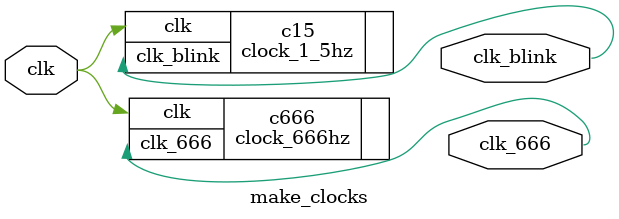
<source format=v>
module make_clocks (
  input clk,          // Clock
  
  output clk_blink,   // 1.5 Hz - Blinking
  output clk_666      // 666 Hz - Display
);

clock_1_5hz c15(  .clk(clk), .clk_blink(clk_blink));
clock_666hz c666( .clk(clk), .clk_666(clk_666));

endmodule
</source>
